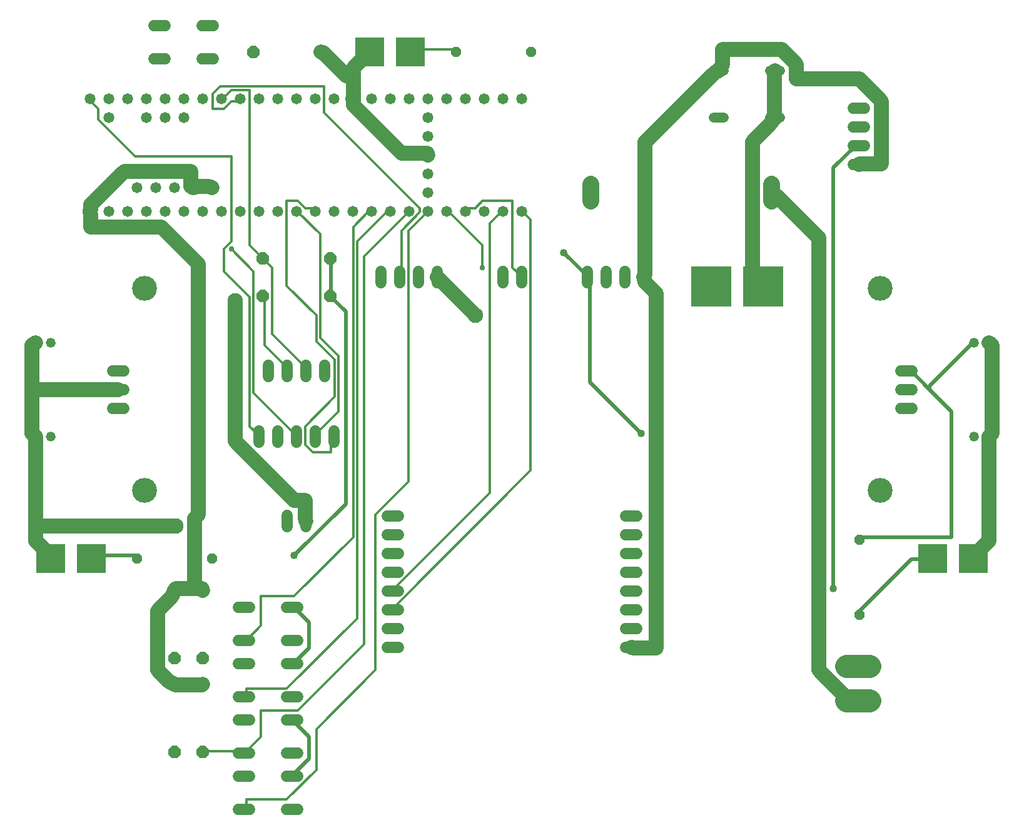
<source format=gbr>
G04 EAGLE Gerber RS-274X export*
G75*
%MOMM*%
%FSLAX34Y34*%
%LPD*%
%INTop Copper*%
%IPPOS*%
%AMOC8*
5,1,8,0,0,1.08239X$1,22.5*%
G01*
%ADD10P,1.429621X8X22.500000*%
%ADD11C,1.320800*%
%ADD12P,1.429621X8X202.500000*%
%ADD13C,1.524000*%
%ADD14C,2.250000*%
%ADD15R,5.516000X5.516000*%
%ADD16C,3.116000*%
%ADD17C,1.473200*%
%ADD18R,4.000000X4.000000*%
%ADD19P,1.814519X8X292.500000*%
%ADD20P,1.429621X8X112.500000*%
%ADD21P,1.814519X8X202.500000*%
%ADD22C,1.320800*%
%ADD23C,2.032000*%
%ADD24C,2.095500*%
%ADD25C,0.508000*%
%ADD26C,1.016000*%
%ADD27C,0.304800*%
%ADD28C,0.756400*%
%ADD29C,3.366000*%


D10*
X645160Y-63500D03*
D11*
X624840Y-63500D03*
D10*
X645160Y63500D03*
D11*
X624840Y63500D03*
D12*
X-645160Y63500D03*
D11*
X-624840Y63500D03*
D12*
X-645160Y-63500D03*
D11*
X-624840Y-63500D03*
D13*
X525780Y-25400D02*
X541020Y-25400D01*
X541020Y0D02*
X525780Y0D01*
X525780Y25400D02*
X541020Y25400D01*
X-525780Y25400D02*
X-541020Y25400D01*
X-541020Y0D02*
X-525780Y0D01*
X-525780Y-25400D02*
X-541020Y-25400D01*
D14*
X106100Y255450D02*
X106100Y277950D01*
X351100Y277950D02*
X351100Y255450D01*
D15*
X269800Y139700D03*
X339800Y139700D03*
D16*
X452220Y-374600D02*
X483380Y-374600D01*
X483380Y-421600D02*
X452220Y-421600D01*
D13*
X-254000Y17780D02*
X-254000Y33020D01*
X-279400Y33020D02*
X-279400Y17780D01*
X-304800Y17780D02*
X-304800Y33020D01*
X-330200Y33020D02*
X-330200Y17780D01*
X177800Y144780D02*
X177800Y160020D01*
X152400Y160020D02*
X152400Y144780D01*
X127000Y144780D02*
X127000Y160020D01*
X101600Y160020D02*
X101600Y144780D01*
X-153670Y-349260D02*
X-168910Y-349260D01*
X-168910Y-323860D02*
X-153670Y-323860D01*
X-153670Y-298460D02*
X-168910Y-298460D01*
X-168910Y-273060D02*
X-153670Y-273060D01*
X-153670Y-247660D02*
X-168910Y-247660D01*
X-168910Y-222260D02*
X-153670Y-222260D01*
X-153670Y-196860D02*
X-168910Y-196860D01*
X-168910Y-171460D02*
X-153670Y-171460D01*
X153670Y-349260D02*
X168910Y-349260D01*
X168910Y-323860D02*
X153670Y-323860D01*
X153670Y-298460D02*
X168910Y-298460D01*
X168910Y-273060D02*
X153670Y-273060D01*
X153670Y-247660D02*
X168910Y-247660D01*
X168910Y-222260D02*
X153670Y-222260D01*
X153670Y-196860D02*
X168910Y-196860D01*
X168910Y-171460D02*
X153670Y-171460D01*
D17*
X-571500Y241300D03*
X-546100Y241300D03*
X-520700Y241300D03*
X-495300Y241300D03*
X-469900Y241300D03*
X-444500Y241300D03*
X-419100Y241300D03*
X-393700Y241300D03*
X-368300Y241300D03*
X-342900Y241300D03*
X-317500Y241300D03*
X-292100Y241300D03*
X-266700Y241300D03*
X-241300Y241300D03*
X-190500Y241300D03*
X-165100Y241300D03*
X-139700Y241300D03*
X-114300Y241300D03*
X-114300Y368300D03*
X-241300Y393700D03*
X-266700Y393700D03*
X-292100Y393700D03*
X-317500Y393700D03*
X-342900Y393700D03*
X-368300Y393700D03*
X-393700Y393700D03*
X-419100Y393700D03*
X-444500Y393700D03*
X-469900Y393700D03*
X-495300Y393700D03*
X-520700Y393700D03*
X-546100Y393700D03*
X-571500Y393700D03*
X-546100Y368300D03*
X-495300Y368300D03*
X-469900Y368300D03*
X-444500Y368300D03*
X-406400Y273050D03*
X-215900Y241300D03*
X-457200Y273050D03*
X-508000Y273050D03*
X-431800Y273050D03*
X-482600Y273050D03*
X-114300Y266700D03*
X-114300Y393700D03*
X-139700Y393700D03*
X-165100Y393700D03*
X-190500Y393700D03*
X-215900Y393700D03*
X-114300Y292100D03*
X-114300Y317500D03*
X-114300Y342900D03*
X-88900Y241300D03*
X-63500Y241300D03*
X-38100Y241300D03*
X-12700Y241300D03*
X12700Y241300D03*
X12700Y393700D03*
X-88900Y393700D03*
X-63500Y393700D03*
X-38100Y393700D03*
X-12700Y393700D03*
D18*
X-192600Y457200D03*
X-137600Y457200D03*
D12*
X25400Y457200D03*
X-76200Y457200D03*
D13*
X-292100Y-55880D02*
X-292100Y-71120D01*
X-317500Y-71120D02*
X-317500Y-55880D01*
X-342900Y-55880D02*
X-342900Y-71120D01*
X-266700Y-71120D02*
X-266700Y-55880D01*
X-241300Y-55880D02*
X-241300Y-71120D01*
X461680Y304800D02*
X476920Y304800D01*
X476920Y330200D02*
X461680Y330200D01*
X461680Y355600D02*
X476920Y355600D01*
X476920Y381000D02*
X461680Y381000D01*
D19*
X-419100Y-271780D03*
X-419100Y-363220D03*
X-457200Y-271780D03*
X-457200Y-363220D03*
X-419100Y-398780D03*
X-419100Y-490220D03*
X-457200Y-398780D03*
X-457200Y-490220D03*
D13*
X-370332Y-294894D02*
X-355092Y-294894D01*
X-355092Y-340106D02*
X-370332Y-340106D01*
X-305308Y-294894D02*
X-290068Y-294894D01*
X-290068Y-340106D02*
X-305308Y-340106D01*
X-355092Y-371094D02*
X-370332Y-371094D01*
X-370332Y-416306D02*
X-355092Y-416306D01*
X-305308Y-371094D02*
X-290068Y-371094D01*
X-290068Y-416306D02*
X-305308Y-416306D01*
X-355092Y-447294D02*
X-370332Y-447294D01*
X-370332Y-492506D02*
X-355092Y-492506D01*
X-305308Y-447294D02*
X-290068Y-447294D01*
X-290068Y-492506D02*
X-305308Y-492506D01*
X-355092Y-523494D02*
X-370332Y-523494D01*
X-370332Y-568706D02*
X-355092Y-568706D01*
X-305308Y-523494D02*
X-290068Y-523494D01*
X-290068Y-568706D02*
X-305308Y-568706D01*
D18*
X624400Y-228600D03*
X569400Y-228600D03*
D20*
X469900Y-304800D03*
X469900Y-203200D03*
D18*
X-624400Y-228600D03*
X-569400Y-228600D03*
D10*
X-508000Y-228600D03*
X-406400Y-228600D03*
D13*
X-304800Y-185420D02*
X-304800Y-170180D01*
X-279400Y-170180D02*
X-279400Y-185420D01*
X-101600Y144780D02*
X-101600Y160020D01*
X-127000Y160020D02*
X-127000Y144780D01*
X-152400Y144780D02*
X-152400Y160020D01*
X-177800Y160020D02*
X-177800Y144780D01*
D21*
X-246380Y177800D03*
X-337820Y177800D03*
X-246380Y127000D03*
X-337820Y127000D03*
D13*
X-12700Y144780D02*
X-12700Y160020D01*
X12700Y160020D02*
X12700Y144780D01*
D21*
X-259080Y457200D03*
X-350520Y457200D03*
D13*
X-469392Y492506D02*
X-484632Y492506D01*
X-484632Y447294D02*
X-469392Y447294D01*
X-419608Y492506D02*
X-404368Y492506D01*
X-404368Y447294D02*
X-419608Y447294D01*
D22*
X348996Y368300D02*
X362204Y368300D01*
X286004Y368300D02*
X272796Y368300D01*
X348996Y431800D02*
X362204Y431800D01*
X286004Y431800D02*
X272796Y431800D01*
D23*
X-375000Y120000D02*
X-375000Y-70000D01*
X-295000Y-150000D01*
X-280000Y-150000D01*
X-280000Y-175000D01*
X-279400Y-177800D01*
D24*
X-375000Y120000D03*
D23*
X355000Y265000D02*
X415000Y205000D01*
X415000Y-380000D01*
X455000Y-420000D01*
X465000Y-420000D01*
X355000Y265000D02*
X351100Y266700D01*
X465000Y-420000D02*
X467800Y-421600D01*
D25*
X470000Y-200000D02*
X595000Y-200000D01*
X595000Y-30000D01*
X565000Y0D02*
X535000Y30000D01*
X565000Y0D02*
X595000Y-30000D01*
X470000Y-200000D02*
X469900Y-203200D01*
X533400Y25400D02*
X535000Y30000D01*
X565000Y5000D02*
X620000Y60000D01*
X565000Y5000D02*
X565000Y0D01*
X620000Y60000D02*
X624840Y63500D01*
X-275000Y-500000D02*
X-295000Y-520000D01*
X-275000Y-500000D02*
X-275000Y-470000D01*
X-295000Y-450000D01*
X-295000Y-520000D02*
X-297688Y-523494D01*
X-295000Y-450000D02*
X-297688Y-447294D01*
X-295000Y-370000D02*
X-275000Y-350000D01*
X-275000Y-315000D01*
X-295000Y-295000D01*
X-295000Y-370000D02*
X-297688Y-371094D01*
X-295000Y-295000D02*
X-297688Y-294894D01*
X100000Y155000D02*
X70000Y185000D01*
X100000Y155000D02*
X101600Y152400D01*
X-245000Y130000D02*
X-245000Y175000D01*
X-245000Y130000D02*
X-246380Y127000D01*
X-245000Y175000D02*
X-246380Y177800D01*
X-225000Y-155000D02*
X-295000Y-225000D01*
X-225000Y-155000D02*
X-225000Y105000D01*
X-245000Y125000D01*
X-246380Y127000D01*
X105000Y10000D02*
X175000Y-60000D01*
X105000Y10000D02*
X105000Y150000D01*
X101600Y152400D01*
D26*
X70000Y185000D03*
X-295000Y-225000D03*
X175000Y-60000D03*
D25*
X435000Y300000D02*
X465000Y330000D01*
X435000Y300000D02*
X435000Y-270000D01*
X465000Y330000D02*
X469300Y330200D01*
D26*
X435000Y-270000D03*
D27*
X-305000Y30000D02*
X-335000Y60000D01*
X-335000Y125000D01*
X-305000Y30000D02*
X-304800Y25400D01*
X-335000Y125000D02*
X-337820Y127000D01*
X-370000Y390000D02*
X-380000Y390000D01*
X-390000Y380000D01*
X-405000Y380000D01*
X-405000Y400000D01*
X-395000Y410000D01*
X-255000Y410000D01*
X-255000Y375000D01*
X-125000Y245000D01*
X-125000Y240000D01*
X-150000Y215000D01*
X-150000Y155000D01*
X-370000Y390000D02*
X-368300Y393700D01*
X-150000Y155000D02*
X-152400Y152400D01*
X-390000Y395000D02*
X-380000Y405000D01*
X-355000Y405000D01*
X-355000Y195000D01*
X-340000Y180000D01*
X-393700Y393700D02*
X-390000Y395000D01*
X-340000Y180000D02*
X-337820Y177800D01*
X-325000Y75000D02*
X-280000Y30000D01*
X-325000Y75000D02*
X-325000Y165000D01*
X-335000Y175000D01*
X-280000Y30000D02*
X-279400Y25400D01*
X-335000Y175000D02*
X-337820Y177800D01*
X-30000Y225000D02*
X-15000Y240000D01*
X-30000Y225000D02*
X-30000Y-140000D01*
X-160000Y-270000D01*
X-15000Y240000D02*
X-12700Y241300D01*
X-160000Y-270000D02*
X-161290Y-273060D01*
X25000Y230000D02*
X15000Y240000D01*
X25000Y230000D02*
X25000Y-110000D01*
X-160000Y-295000D01*
X15000Y240000D02*
X12700Y241300D01*
X-160000Y-295000D02*
X-161290Y-298460D01*
X-135000Y460000D02*
X-80000Y460000D01*
X-76200Y457200D01*
X-135000Y460000D02*
X-137600Y457200D01*
X-560000Y380000D02*
X-570000Y390000D01*
X-560000Y380000D02*
X-560000Y365000D01*
X-510000Y315000D01*
X-380000Y315000D01*
X-380000Y200000D01*
X-390000Y190000D01*
X-390000Y160000D01*
X-355000Y125000D01*
X-355000Y-50000D01*
X-345000Y-60000D01*
X-570000Y390000D02*
X-571500Y393700D01*
X-345000Y-60000D02*
X-342900Y-63500D01*
X-350000Y160000D02*
X-380000Y190000D01*
X-350000Y160000D02*
X-350000Y-5000D01*
X-295000Y-60000D01*
X-292100Y-63500D01*
D28*
X-380000Y190000D03*
D27*
X-290000Y240000D02*
X-260000Y210000D01*
X-260000Y70000D01*
X-235000Y45000D01*
X-235000Y-30000D01*
X-265000Y-60000D01*
X-290000Y240000D02*
X-292100Y241300D01*
X-265000Y-60000D02*
X-266700Y-63500D01*
X-270000Y245000D02*
X-280000Y245000D01*
X-290000Y255000D01*
X-305000Y255000D01*
X-305000Y140000D01*
X-265000Y100000D01*
X-265000Y65000D01*
X-240000Y40000D01*
X-240000Y-10000D01*
X-280000Y-50000D01*
X-280000Y-75000D01*
X-270000Y-85000D01*
X-245000Y-85000D01*
X-245000Y-65000D01*
X-266700Y241300D02*
X-270000Y245000D01*
X-241300Y-63500D02*
X-245000Y-65000D01*
X-215000Y220000D02*
X-195000Y240000D01*
X-215000Y220000D02*
X-215000Y-200000D01*
X-295000Y-280000D01*
X-340000Y-280000D01*
X-340000Y-320000D01*
X-360000Y-340000D01*
X-195000Y240000D02*
X-190500Y241300D01*
X-360000Y-340000D02*
X-362712Y-340106D01*
X-210000Y200000D02*
X-170000Y240000D01*
X-210000Y200000D02*
X-210000Y-310000D01*
X-305000Y-405000D01*
X-360000Y-405000D01*
X-360000Y-415000D01*
X-170000Y240000D02*
X-165100Y241300D01*
X-360000Y-415000D02*
X-362712Y-416306D01*
X-200000Y180000D02*
X-140000Y240000D01*
X-200000Y180000D02*
X-200000Y-345000D01*
X-290000Y-435000D01*
X-340000Y-435000D01*
X-340000Y-470000D01*
X-360000Y-490000D01*
X-140000Y240000D02*
X-139700Y241300D01*
X-360000Y-490000D02*
X-362712Y-492506D01*
X-365000Y-490000D02*
X-415000Y-490000D01*
X-419100Y-490220D01*
X-365000Y-490000D02*
X-362712Y-492506D01*
X-140000Y215000D02*
X-115000Y240000D01*
X-140000Y215000D02*
X-140000Y-125000D01*
X-185000Y-170000D01*
X-185000Y-380000D01*
X-265000Y-460000D01*
X-265000Y-515000D01*
X-305000Y-555000D01*
X-360000Y-555000D01*
X-360000Y-565000D01*
X-115000Y240000D02*
X-114300Y241300D01*
X-360000Y-565000D02*
X-362712Y-568706D01*
D25*
X-510000Y-225000D02*
X-565000Y-225000D01*
X-510000Y-225000D02*
X-508000Y-228600D01*
X-565000Y-225000D02*
X-569400Y-228600D01*
X470000Y-300000D02*
X540000Y-230000D01*
X565000Y-230000D01*
X470000Y-300000D02*
X469900Y-304800D01*
X565000Y-230000D02*
X569400Y-228600D01*
D27*
X-40000Y195000D02*
X-85000Y240000D01*
X-40000Y195000D02*
X-40000Y165000D01*
X-85000Y240000D02*
X-88900Y241300D01*
D28*
X-40000Y165000D03*
D27*
X-50000Y245000D02*
X-60000Y245000D01*
X-50000Y245000D02*
X-40000Y255000D01*
X0Y255000D01*
X0Y165000D01*
X10000Y155000D01*
X-63500Y241300D02*
X-60000Y245000D01*
X10000Y155000D02*
X12700Y152400D01*
D29*
X498000Y-136500D03*
X498000Y136500D03*
X-498000Y136500D03*
X-498000Y-136500D03*
D23*
X355000Y370000D02*
X355000Y430000D01*
X355000Y370000D02*
X355600Y368300D01*
X355000Y430000D02*
X355600Y431800D01*
X350000Y360000D02*
X325000Y335000D01*
X325000Y150000D01*
X335000Y140000D01*
X350000Y360000D02*
X355600Y368300D01*
X339800Y139700D02*
X335000Y140000D01*
X-650000Y60000D02*
X-650000Y0D01*
X-650000Y-60000D01*
X-645160Y-63500D01*
X-650000Y60000D02*
X-645160Y63500D01*
X-650000Y0D02*
X-533400Y0D01*
X-645000Y-205000D02*
X-625000Y-225000D01*
X-645000Y-185000D02*
X-645000Y-70000D01*
X-645000Y-185000D02*
X-645000Y-205000D01*
X-625000Y-225000D02*
X-624400Y-228600D01*
X-645000Y-70000D02*
X-645160Y-63500D01*
X180000Y335000D02*
X275000Y430000D01*
X180000Y335000D02*
X180000Y155000D01*
X275000Y430000D02*
X279400Y431800D01*
X180000Y155000D02*
X177800Y152400D01*
X165000Y-350000D02*
X195000Y-350000D01*
X195000Y130000D01*
X180000Y145000D01*
X161290Y-349260D02*
X165000Y-350000D01*
X180000Y145000D02*
X177800Y152400D01*
X-50000Y100000D02*
X-100000Y150000D01*
X-101600Y152400D01*
X470000Y305000D02*
X500000Y305000D01*
X500000Y390000D01*
X470000Y420000D01*
X385000Y420000D01*
X385000Y440000D01*
X365000Y460000D01*
X285000Y460000D01*
X285000Y440000D01*
X469300Y304800D02*
X470000Y305000D01*
X279400Y431800D02*
X285000Y440000D01*
X-455000Y-185000D02*
X-645000Y-185000D01*
D24*
X-50000Y100000D03*
X-455000Y-185000D03*
D23*
X-455000Y-400000D02*
X-420000Y-400000D01*
X-455000Y-400000D02*
X-457200Y-398780D01*
X-420000Y-400000D02*
X-419100Y-398780D01*
X-420000Y-270000D02*
X-430000Y-270000D01*
X-455000Y-270000D01*
X-457200Y-271780D01*
X-420000Y-270000D02*
X-419100Y-271780D01*
X-480000Y-380000D02*
X-465000Y-395000D01*
X-480000Y-380000D02*
X-480000Y-300000D01*
X-460000Y-280000D01*
X-465000Y-395000D02*
X-457200Y-398780D01*
X-460000Y-280000D02*
X-457200Y-271780D01*
X-570000Y245000D02*
X-570000Y250000D01*
X-525000Y295000D01*
X-435000Y295000D01*
X-435000Y275000D01*
X-570000Y245000D02*
X-571500Y241300D01*
X-435000Y275000D02*
X-431800Y273050D01*
X-425000Y275000D02*
X-410000Y275000D01*
X-406400Y273050D01*
X-425000Y275000D02*
X-431800Y273050D01*
X-430000Y-175000D02*
X-430000Y-270000D01*
X-430000Y-175000D02*
X-425000Y-170000D01*
X-425000Y170000D01*
X-475000Y220000D01*
X-570000Y220000D01*
X-570000Y235000D01*
X-571500Y241300D01*
X650000Y60000D02*
X650000Y-60000D01*
X645160Y-63500D01*
X650000Y60000D02*
X645160Y63500D01*
X645000Y-205000D02*
X625000Y-225000D01*
X645000Y-205000D02*
X645000Y-70000D01*
X625000Y-225000D02*
X624400Y-228600D01*
X645000Y-70000D02*
X645160Y-63500D01*
X-215000Y425000D02*
X-215000Y435000D01*
X-215000Y425000D02*
X-215000Y395000D01*
X-215000Y435000D02*
X-195000Y455000D01*
X-215000Y395000D02*
X-215900Y393700D01*
X-195000Y455000D02*
X-192600Y457200D01*
X-225000Y425000D02*
X-255000Y455000D01*
X-259080Y457200D01*
X-225000Y425000D02*
X-215000Y425000D01*
X-215000Y385000D02*
X-150000Y320000D01*
X-115000Y320000D01*
X-215000Y385000D02*
X-215000Y395000D01*
X-115000Y320000D02*
X-114300Y317500D01*
M02*

</source>
